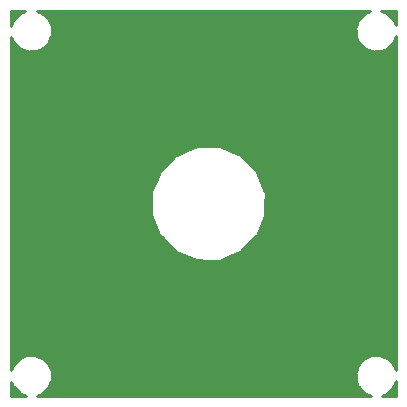
<source format=gtl>
G04 #@! TF.FileFunction,Copper,L1,Top,Signal*
%FSLAX46Y46*%
G04 Gerber Fmt 4.6, Leading zero omitted, Abs format (unit mm)*
G04 Created by KiCad (PCBNEW 4.0.7) date Tue Jul  3 21:07:43 2018*
%MOMM*%
%LPD*%
G01*
G04 APERTURE LIST*
%ADD10C,0.100000*%
%ADD11C,0.254000*%
G04 APERTURE END LIST*
D10*
D11*
G36*
X39897901Y-61134359D02*
X39910954Y-61139581D01*
X39928281Y-61181515D01*
X40415918Y-61670004D01*
X40460149Y-61688370D01*
X40465641Y-61702099D01*
X40761448Y-61813481D01*
X40945726Y-61890000D01*
X39710000Y-61890000D01*
X39710000Y-60680726D01*
X39897901Y-61134359D01*
X39897901Y-61134359D01*
G37*
X39897901Y-61134359D02*
X39910954Y-61139581D01*
X39928281Y-61181515D01*
X40415918Y-61670004D01*
X40460149Y-61688370D01*
X40465641Y-61702099D01*
X40761448Y-61813481D01*
X40945726Y-61890000D01*
X39710000Y-61890000D01*
X39710000Y-60680726D01*
X39897901Y-61134359D01*
G36*
X69665641Y-29497901D02*
X69660419Y-29510954D01*
X69618485Y-29528281D01*
X69129996Y-30015918D01*
X69111630Y-30060149D01*
X69097901Y-30065641D01*
X68986519Y-30361448D01*
X68865301Y-30653373D01*
X68865275Y-30683448D01*
X68854677Y-30711593D01*
X68864975Y-31027507D01*
X68864699Y-31343599D01*
X68876184Y-31371395D01*
X68877164Y-31401453D01*
X69097901Y-31934359D01*
X69110954Y-31939581D01*
X69128281Y-31981515D01*
X69615918Y-32470004D01*
X69660149Y-32488370D01*
X69665641Y-32502099D01*
X69961448Y-32613481D01*
X70253373Y-32734699D01*
X70283448Y-32734725D01*
X70311593Y-32745323D01*
X70627507Y-32735025D01*
X70943599Y-32735301D01*
X70971395Y-32723816D01*
X71001453Y-32722836D01*
X71534359Y-32502099D01*
X71539581Y-32489046D01*
X71581515Y-32471719D01*
X72070004Y-31984082D01*
X72088370Y-31939851D01*
X72102099Y-31934359D01*
X72213481Y-31638552D01*
X72290000Y-31454274D01*
X72290000Y-59719274D01*
X72102099Y-59265641D01*
X72089046Y-59260419D01*
X72071719Y-59218485D01*
X71584082Y-58729996D01*
X71539851Y-58711630D01*
X71534359Y-58697901D01*
X71238552Y-58586519D01*
X70946627Y-58465301D01*
X70916552Y-58465275D01*
X70888407Y-58454677D01*
X70572493Y-58464975D01*
X70256401Y-58464699D01*
X70228605Y-58476184D01*
X70198547Y-58477164D01*
X69665641Y-58697901D01*
X69660419Y-58710954D01*
X69618485Y-58728281D01*
X69129996Y-59215918D01*
X69111630Y-59260149D01*
X69097901Y-59265641D01*
X68986519Y-59561448D01*
X68865301Y-59853373D01*
X68865275Y-59883448D01*
X68854677Y-59911593D01*
X68864975Y-60227507D01*
X68864699Y-60543599D01*
X68876184Y-60571395D01*
X68877164Y-60601453D01*
X69097901Y-61134359D01*
X69110954Y-61139581D01*
X69128281Y-61181515D01*
X69615918Y-61670004D01*
X69660149Y-61688370D01*
X69665641Y-61702099D01*
X69961448Y-61813481D01*
X70145726Y-61890000D01*
X41880726Y-61890000D01*
X42334359Y-61702099D01*
X42339581Y-61689046D01*
X42381515Y-61671719D01*
X42870004Y-61184082D01*
X42888370Y-61139851D01*
X42902099Y-61134359D01*
X43013481Y-60838552D01*
X43134699Y-60546627D01*
X43134725Y-60516552D01*
X43145323Y-60488407D01*
X43135025Y-60172493D01*
X43135301Y-59856401D01*
X43123816Y-59828605D01*
X43122836Y-59798547D01*
X42902099Y-59265641D01*
X42889046Y-59260419D01*
X42871719Y-59218485D01*
X42384082Y-58729996D01*
X42339851Y-58711630D01*
X42334359Y-58697901D01*
X42038552Y-58586519D01*
X41746627Y-58465301D01*
X41716552Y-58465275D01*
X41688407Y-58454677D01*
X41372493Y-58464975D01*
X41056401Y-58464699D01*
X41028605Y-58476184D01*
X40998547Y-58477164D01*
X40465641Y-58697901D01*
X40460419Y-58710954D01*
X40418485Y-58728281D01*
X39929996Y-59215918D01*
X39911630Y-59260149D01*
X39897901Y-59265641D01*
X39786519Y-59561448D01*
X39710000Y-59745726D01*
X39710000Y-46496359D01*
X51552453Y-46496359D01*
X51564191Y-46525815D01*
X51564163Y-46557522D01*
X51919762Y-47418136D01*
X52264473Y-48283204D01*
X52297826Y-48333120D01*
X52298697Y-48335229D01*
X52300323Y-48336858D01*
X52338445Y-48393912D01*
X52439646Y-48476424D01*
X53532001Y-49570688D01*
X53606088Y-49661555D01*
X53635217Y-49674084D01*
X53657617Y-49696523D01*
X54517571Y-50053607D01*
X55373052Y-50421572D01*
X55404758Y-50422000D01*
X55434040Y-50434159D01*
X56365199Y-50434971D01*
X57296359Y-50447547D01*
X57325815Y-50435809D01*
X57357522Y-50435837D01*
X58218136Y-50080238D01*
X59083204Y-49735527D01*
X59133120Y-49702174D01*
X59135229Y-49701303D01*
X59136858Y-49699677D01*
X59193912Y-49661555D01*
X59276424Y-49560354D01*
X60370688Y-48467999D01*
X60461555Y-48393912D01*
X60474084Y-48364783D01*
X60496523Y-48342383D01*
X60853607Y-47482429D01*
X61221572Y-46626948D01*
X61222000Y-46595242D01*
X61234159Y-46565960D01*
X61234971Y-45634801D01*
X61247547Y-44703641D01*
X61235809Y-44674185D01*
X61235837Y-44642478D01*
X60880238Y-43781864D01*
X60535527Y-42916796D01*
X60502174Y-42866880D01*
X60501303Y-42864771D01*
X60499677Y-42863142D01*
X60461555Y-42806088D01*
X60360354Y-42723576D01*
X59267999Y-41629312D01*
X59193912Y-41538445D01*
X59164783Y-41525916D01*
X59142383Y-41503477D01*
X58282429Y-41146393D01*
X57426948Y-40778428D01*
X57395242Y-40778000D01*
X57365960Y-40765841D01*
X56434801Y-40765029D01*
X55503641Y-40752453D01*
X55474185Y-40764191D01*
X55442478Y-40764163D01*
X54581864Y-41119762D01*
X53716796Y-41464473D01*
X53666880Y-41497826D01*
X53664771Y-41498697D01*
X53663142Y-41500323D01*
X53606088Y-41538445D01*
X53523576Y-41639646D01*
X52429312Y-42732001D01*
X52338445Y-42806088D01*
X52325916Y-42835217D01*
X52303477Y-42857617D01*
X51946393Y-43717571D01*
X51578428Y-44573052D01*
X51578000Y-44604758D01*
X51565841Y-44634040D01*
X51565029Y-45565199D01*
X51552453Y-46496359D01*
X39710000Y-46496359D01*
X39710000Y-31480726D01*
X39897901Y-31934359D01*
X39910954Y-31939581D01*
X39928281Y-31981515D01*
X40415918Y-32470004D01*
X40460149Y-32488370D01*
X40465641Y-32502099D01*
X40761448Y-32613481D01*
X41053373Y-32734699D01*
X41083448Y-32734725D01*
X41111593Y-32745323D01*
X41427507Y-32735025D01*
X41743599Y-32735301D01*
X41771395Y-32723816D01*
X41801453Y-32722836D01*
X42334359Y-32502099D01*
X42339581Y-32489046D01*
X42381515Y-32471719D01*
X42870004Y-31984082D01*
X42888370Y-31939851D01*
X42902099Y-31934359D01*
X43013481Y-31638552D01*
X43134699Y-31346627D01*
X43134725Y-31316552D01*
X43145323Y-31288407D01*
X43135025Y-30972493D01*
X43135301Y-30656401D01*
X43123816Y-30628605D01*
X43122836Y-30598547D01*
X42902099Y-30065641D01*
X42889046Y-30060419D01*
X42871719Y-30018485D01*
X42384082Y-29529996D01*
X42339851Y-29511630D01*
X42334359Y-29497901D01*
X42038552Y-29386519D01*
X41854274Y-29310000D01*
X70119274Y-29310000D01*
X69665641Y-29497901D01*
X69665641Y-29497901D01*
G37*
X69665641Y-29497901D02*
X69660419Y-29510954D01*
X69618485Y-29528281D01*
X69129996Y-30015918D01*
X69111630Y-30060149D01*
X69097901Y-30065641D01*
X68986519Y-30361448D01*
X68865301Y-30653373D01*
X68865275Y-30683448D01*
X68854677Y-30711593D01*
X68864975Y-31027507D01*
X68864699Y-31343599D01*
X68876184Y-31371395D01*
X68877164Y-31401453D01*
X69097901Y-31934359D01*
X69110954Y-31939581D01*
X69128281Y-31981515D01*
X69615918Y-32470004D01*
X69660149Y-32488370D01*
X69665641Y-32502099D01*
X69961448Y-32613481D01*
X70253373Y-32734699D01*
X70283448Y-32734725D01*
X70311593Y-32745323D01*
X70627507Y-32735025D01*
X70943599Y-32735301D01*
X70971395Y-32723816D01*
X71001453Y-32722836D01*
X71534359Y-32502099D01*
X71539581Y-32489046D01*
X71581515Y-32471719D01*
X72070004Y-31984082D01*
X72088370Y-31939851D01*
X72102099Y-31934359D01*
X72213481Y-31638552D01*
X72290000Y-31454274D01*
X72290000Y-59719274D01*
X72102099Y-59265641D01*
X72089046Y-59260419D01*
X72071719Y-59218485D01*
X71584082Y-58729996D01*
X71539851Y-58711630D01*
X71534359Y-58697901D01*
X71238552Y-58586519D01*
X70946627Y-58465301D01*
X70916552Y-58465275D01*
X70888407Y-58454677D01*
X70572493Y-58464975D01*
X70256401Y-58464699D01*
X70228605Y-58476184D01*
X70198547Y-58477164D01*
X69665641Y-58697901D01*
X69660419Y-58710954D01*
X69618485Y-58728281D01*
X69129996Y-59215918D01*
X69111630Y-59260149D01*
X69097901Y-59265641D01*
X68986519Y-59561448D01*
X68865301Y-59853373D01*
X68865275Y-59883448D01*
X68854677Y-59911593D01*
X68864975Y-60227507D01*
X68864699Y-60543599D01*
X68876184Y-60571395D01*
X68877164Y-60601453D01*
X69097901Y-61134359D01*
X69110954Y-61139581D01*
X69128281Y-61181515D01*
X69615918Y-61670004D01*
X69660149Y-61688370D01*
X69665641Y-61702099D01*
X69961448Y-61813481D01*
X70145726Y-61890000D01*
X41880726Y-61890000D01*
X42334359Y-61702099D01*
X42339581Y-61689046D01*
X42381515Y-61671719D01*
X42870004Y-61184082D01*
X42888370Y-61139851D01*
X42902099Y-61134359D01*
X43013481Y-60838552D01*
X43134699Y-60546627D01*
X43134725Y-60516552D01*
X43145323Y-60488407D01*
X43135025Y-60172493D01*
X43135301Y-59856401D01*
X43123816Y-59828605D01*
X43122836Y-59798547D01*
X42902099Y-59265641D01*
X42889046Y-59260419D01*
X42871719Y-59218485D01*
X42384082Y-58729996D01*
X42339851Y-58711630D01*
X42334359Y-58697901D01*
X42038552Y-58586519D01*
X41746627Y-58465301D01*
X41716552Y-58465275D01*
X41688407Y-58454677D01*
X41372493Y-58464975D01*
X41056401Y-58464699D01*
X41028605Y-58476184D01*
X40998547Y-58477164D01*
X40465641Y-58697901D01*
X40460419Y-58710954D01*
X40418485Y-58728281D01*
X39929996Y-59215918D01*
X39911630Y-59260149D01*
X39897901Y-59265641D01*
X39786519Y-59561448D01*
X39710000Y-59745726D01*
X39710000Y-46496359D01*
X51552453Y-46496359D01*
X51564191Y-46525815D01*
X51564163Y-46557522D01*
X51919762Y-47418136D01*
X52264473Y-48283204D01*
X52297826Y-48333120D01*
X52298697Y-48335229D01*
X52300323Y-48336858D01*
X52338445Y-48393912D01*
X52439646Y-48476424D01*
X53532001Y-49570688D01*
X53606088Y-49661555D01*
X53635217Y-49674084D01*
X53657617Y-49696523D01*
X54517571Y-50053607D01*
X55373052Y-50421572D01*
X55404758Y-50422000D01*
X55434040Y-50434159D01*
X56365199Y-50434971D01*
X57296359Y-50447547D01*
X57325815Y-50435809D01*
X57357522Y-50435837D01*
X58218136Y-50080238D01*
X59083204Y-49735527D01*
X59133120Y-49702174D01*
X59135229Y-49701303D01*
X59136858Y-49699677D01*
X59193912Y-49661555D01*
X59276424Y-49560354D01*
X60370688Y-48467999D01*
X60461555Y-48393912D01*
X60474084Y-48364783D01*
X60496523Y-48342383D01*
X60853607Y-47482429D01*
X61221572Y-46626948D01*
X61222000Y-46595242D01*
X61234159Y-46565960D01*
X61234971Y-45634801D01*
X61247547Y-44703641D01*
X61235809Y-44674185D01*
X61235837Y-44642478D01*
X60880238Y-43781864D01*
X60535527Y-42916796D01*
X60502174Y-42866880D01*
X60501303Y-42864771D01*
X60499677Y-42863142D01*
X60461555Y-42806088D01*
X60360354Y-42723576D01*
X59267999Y-41629312D01*
X59193912Y-41538445D01*
X59164783Y-41525916D01*
X59142383Y-41503477D01*
X58282429Y-41146393D01*
X57426948Y-40778428D01*
X57395242Y-40778000D01*
X57365960Y-40765841D01*
X56434801Y-40765029D01*
X55503641Y-40752453D01*
X55474185Y-40764191D01*
X55442478Y-40764163D01*
X54581864Y-41119762D01*
X53716796Y-41464473D01*
X53666880Y-41497826D01*
X53664771Y-41498697D01*
X53663142Y-41500323D01*
X53606088Y-41538445D01*
X53523576Y-41639646D01*
X52429312Y-42732001D01*
X52338445Y-42806088D01*
X52325916Y-42835217D01*
X52303477Y-42857617D01*
X51946393Y-43717571D01*
X51578428Y-44573052D01*
X51578000Y-44604758D01*
X51565841Y-44634040D01*
X51565029Y-45565199D01*
X51552453Y-46496359D01*
X39710000Y-46496359D01*
X39710000Y-31480726D01*
X39897901Y-31934359D01*
X39910954Y-31939581D01*
X39928281Y-31981515D01*
X40415918Y-32470004D01*
X40460149Y-32488370D01*
X40465641Y-32502099D01*
X40761448Y-32613481D01*
X41053373Y-32734699D01*
X41083448Y-32734725D01*
X41111593Y-32745323D01*
X41427507Y-32735025D01*
X41743599Y-32735301D01*
X41771395Y-32723816D01*
X41801453Y-32722836D01*
X42334359Y-32502099D01*
X42339581Y-32489046D01*
X42381515Y-32471719D01*
X42870004Y-31984082D01*
X42888370Y-31939851D01*
X42902099Y-31934359D01*
X43013481Y-31638552D01*
X43134699Y-31346627D01*
X43134725Y-31316552D01*
X43145323Y-31288407D01*
X43135025Y-30972493D01*
X43135301Y-30656401D01*
X43123816Y-30628605D01*
X43122836Y-30598547D01*
X42902099Y-30065641D01*
X42889046Y-30060419D01*
X42871719Y-30018485D01*
X42384082Y-29529996D01*
X42339851Y-29511630D01*
X42334359Y-29497901D01*
X42038552Y-29386519D01*
X41854274Y-29310000D01*
X70119274Y-29310000D01*
X69665641Y-29497901D01*
G36*
X72290000Y-61890000D02*
X71080726Y-61890000D01*
X71534359Y-61702099D01*
X71539581Y-61689046D01*
X71581515Y-61671719D01*
X72070004Y-61184082D01*
X72088370Y-61139851D01*
X72102099Y-61134359D01*
X72213481Y-60838552D01*
X72290000Y-60654274D01*
X72290000Y-61890000D01*
X72290000Y-61890000D01*
G37*
X72290000Y-61890000D02*
X71080726Y-61890000D01*
X71534359Y-61702099D01*
X71539581Y-61689046D01*
X71581515Y-61671719D01*
X72070004Y-61184082D01*
X72088370Y-61139851D01*
X72102099Y-61134359D01*
X72213481Y-60838552D01*
X72290000Y-60654274D01*
X72290000Y-61890000D01*
G36*
X40465641Y-29497901D02*
X40460419Y-29510954D01*
X40418485Y-29528281D01*
X39929996Y-30015918D01*
X39911630Y-30060149D01*
X39897901Y-30065641D01*
X39786519Y-30361448D01*
X39710000Y-30545726D01*
X39710000Y-29310000D01*
X40919274Y-29310000D01*
X40465641Y-29497901D01*
X40465641Y-29497901D01*
G37*
X40465641Y-29497901D02*
X40460419Y-29510954D01*
X40418485Y-29528281D01*
X39929996Y-30015918D01*
X39911630Y-30060149D01*
X39897901Y-30065641D01*
X39786519Y-30361448D01*
X39710000Y-30545726D01*
X39710000Y-29310000D01*
X40919274Y-29310000D01*
X40465641Y-29497901D01*
G36*
X72290000Y-30519274D02*
X72102099Y-30065641D01*
X72089046Y-30060419D01*
X72071719Y-30018485D01*
X71584082Y-29529996D01*
X71539851Y-29511630D01*
X71534359Y-29497901D01*
X71238552Y-29386519D01*
X71054274Y-29310000D01*
X72290000Y-29310000D01*
X72290000Y-30519274D01*
X72290000Y-30519274D01*
G37*
X72290000Y-30519274D02*
X72102099Y-30065641D01*
X72089046Y-30060419D01*
X72071719Y-30018485D01*
X71584082Y-29529996D01*
X71539851Y-29511630D01*
X71534359Y-29497901D01*
X71238552Y-29386519D01*
X71054274Y-29310000D01*
X72290000Y-29310000D01*
X72290000Y-30519274D01*
M02*

</source>
